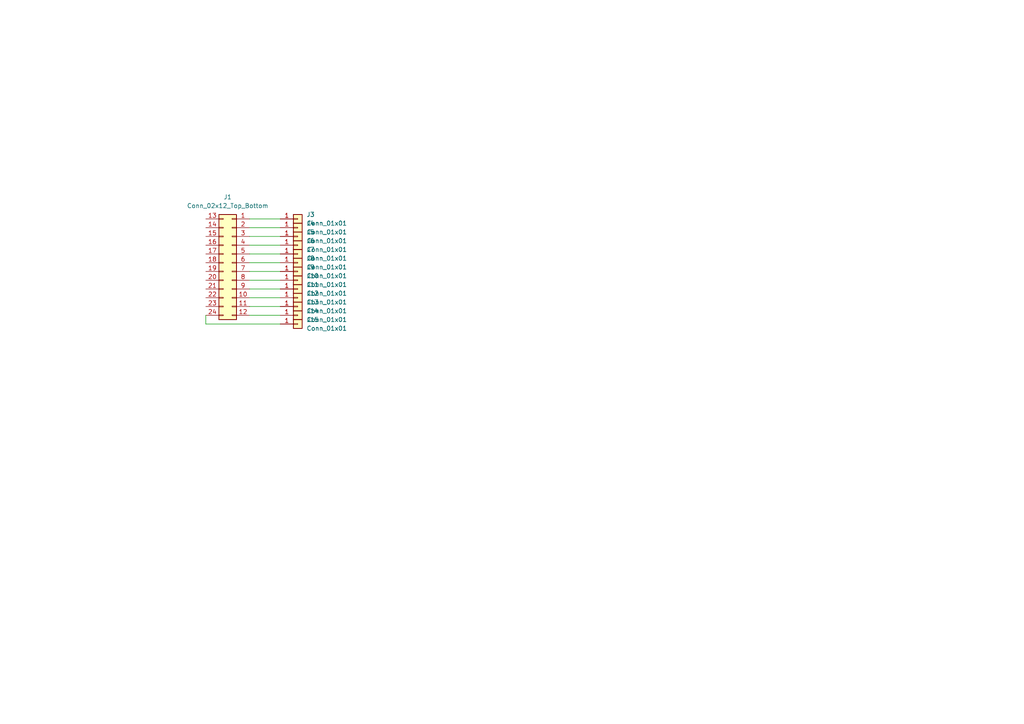
<source format=kicad_sch>
(kicad_sch (version 20231120) (generator "eeschema") (generator_version "8.0")
  (paper "A4")
  (lib_symbols
    (symbol "Connector_Generic:Conn_01x01" (pin_names (offset 1.016) hide)
      (property "Reference" "J" (at 0 2.54 0))
      (property "Value" "Conn_01x01" (at 0 -2.54 0))
      (symbol "Conn_01x01_1_1"
        (rectangle (start -1.27 0.127) (end 0 -0.127) (stroke (width 0.1524)))
        (rectangle (start -1.27 1.27) (end 1.27 -1.27) (stroke (width 0.254)) (fill (type background)))
        (pin passive line (at -5.08 0 0) (length 3.81) (name "Pin_1") (number "1"))
      )
    )
    (symbol "Connector_Generic:Conn_02x12_Top_Bottom" (pin_names (offset 1.016) hide)
      (property "Reference" "J" (at 1.27 15.24 0))
      (property "Value" "Conn_02x12_Top_Bottom" (at 1.27 -17.78 0))
      (symbol "Conn_02x12_Top_Bottom_1_1"
        (rectangle (start -1.27 -15.113) (end 0 -15.367) (stroke (width 0.1524)))
        (rectangle (start -1.27 -12.573) (end 0 -12.827) (stroke (width 0.1524)))
        (rectangle (start -1.27 -10.033) (end 0 -10.287) (stroke (width 0.1524)))
        (rectangle (start -1.27 -7.493) (end 0 -7.747) (stroke (width 0.1524)))
        (rectangle (start -1.27 -4.953) (end 0 -5.207) (stroke (width 0.1524)))
        (rectangle (start -1.27 -2.413) (end 0 -2.667) (stroke (width 0.1524)))
        (rectangle (start -1.27 0.127) (end 0 -0.127) (stroke (width 0.1524)))
        (rectangle (start -1.27 2.667) (end 0 2.413) (stroke (width 0.1524)))
        (rectangle (start -1.27 5.207) (end 0 4.953) (stroke (width 0.1524)))
        (rectangle (start -1.27 7.747) (end 0 7.493) (stroke (width 0.1524)))
        (rectangle (start -1.27 10.287) (end 0 10.033) (stroke (width 0.1524)))
        (rectangle (start -1.27 12.827) (end 0 12.573) (stroke (width 0.1524)))
        (rectangle (start -1.27 13.97) (end 3.81 -16.51) (stroke (width 0.254)) (fill (type background)))
        (rectangle (start 3.81 -15.113) (end 2.54 -15.367) (stroke (width 0.1524)))
        (rectangle (start 3.81 -12.573) (end 2.54 -12.827) (stroke (width 0.1524)))
        (rectangle (start 3.81 -10.033) (end 2.54 -10.287) (stroke (width 0.1524)))
        (rectangle (start 3.81 -7.493) (end 2.54 -7.747) (stroke (width 0.1524)))
        (rectangle (start 3.81 -4.953) (end 2.54 -5.207) (stroke (width 0.1524)))
        (rectangle (start 3.81 -2.413) (end 2.54 -2.667) (stroke (width 0.1524)))
        (rectangle (start 3.81 0.127) (end 2.54 -0.127) (stroke (width 0.1524)))
        (rectangle (start 3.81 2.667) (end 2.54 2.413) (stroke (width 0.1524)))
        (rectangle (start 3.81 5.207) (end 2.54 4.953) (stroke (width 0.1524)))
        (rectangle (start 3.81 7.747) (end 2.54 7.493) (stroke (width 0.1524)))
        (rectangle (start 3.81 10.287) (end 2.54 10.033) (stroke (width 0.1524)))
        (rectangle (start 3.81 12.827) (end 2.54 12.573) (stroke (width 0.1524)))
        (pin passive line (at -5.08 12.7 0) (length 3.81) (name "Pin_1") (number "1"))
        (pin passive line (at -5.08 -10.16 0) (length 3.81) (name "Pin_10") (number "10"))
        (pin passive line (at -5.08 -12.7 0) (length 3.81) (name "Pin_11") (number "11"))
        (pin passive line (at -5.08 -15.24 0) (length 3.81) (name "Pin_12") (number "12"))
        (pin passive line (at 7.62 12.7 180) (length 3.81) (name "Pin_13") (number "13"))
        (pin passive line (at 7.62 10.16 180) (length 3.81) (name "Pin_14") (number "14"))
        (pin passive line (at 7.62 7.62 180) (length 3.81) (name "Pin_15") (number "15"))
        (pin passive line (at 7.62 5.08 180) (length 3.81) (name "Pin_16") (number "16"))
        (pin passive line (at 7.62 2.54 180) (length 3.81) (name "Pin_17") (number "17"))
        (pin passive line (at 7.62 0 180) (length 3.81) (name "Pin_18") (number "18"))
        (pin passive line (at 7.62 -2.54 180) (length 3.81) (name "Pin_19") (number "19"))
        (pin passive line (at -5.08 10.16 0) (length 3.81) (name "Pin_2") (number "2"))
        (pin passive line (at 7.62 -5.08 180) (length 3.81) (name "Pin_20") (number "20"))
        (pin passive line (at 7.62 -7.62 180) (length 3.81) (name "Pin_21") (number "21"))
        (pin passive line (at 7.62 -10.16 180) (length 3.81) (name "Pin_22") (number "22"))
        (pin passive line (at 7.62 -12.7 180) (length 3.81) (name "Pin_23") (number "23"))
        (pin passive line (at 7.62 -15.24 180) (length 3.81) (name "Pin_24") (number "24"))
        (pin passive line (at -5.08 7.62 0) (length 3.81) (name "Pin_3") (number "3"))
        (pin passive line (at -5.08 5.08 0) (length 3.81) (name "Pin_4") (number "4"))
        (pin passive line (at -5.08 2.54 0) (length 3.81) (name "Pin_5") (number "5"))
        (pin passive line (at -5.08 0 0) (length 3.81) (name "Pin_6") (number "6"))
        (pin passive line (at -5.08 -2.54 0) (length 3.81) (name "Pin_7") (number "7"))
        (pin passive line (at -5.08 -5.08 0) (length 3.81) (name "Pin_8") (number "8"))
        (pin passive line (at -5.08 -7.62 0) (length 3.81) (name "Pin_9") (number "9"))
      )
    )
  )
  (wire (pts (xy 72.39 91.44) (xy 81.28 91.44)))
  (wire (pts (xy 72.39 71.12) (xy 81.28 71.12)))
  (wire (pts (xy 72.39 81.28) (xy 81.28 81.28)))
  (wire (pts (xy 59.69 93.98) (xy 81.28 93.98)))
  (wire (pts (xy 59.69 93.98) (xy 59.69 91.44)))
  (wire (pts (xy 72.39 78.74) (xy 81.28 78.74)))
  (wire (pts (xy 72.39 88.9) (xy 81.28 88.9)))
  (wire (pts (xy 72.39 63.5) (xy 81.28 63.5)))
  (wire (pts (xy 72.39 76.2) (xy 81.28 76.2)))
  (wire (pts (xy 72.39 83.82) (xy 81.28 83.82)))
  (wire (pts (xy 72.39 66.04) (xy 81.28 66.04)))
  (wire (pts (xy 72.39 86.36) (xy 81.28 86.36)))
  (wire (pts (xy 72.39 73.66) (xy 81.28 73.66)))
  (wire (pts (xy 72.39 68.58) (xy 81.28 68.58)))
  (symbol (lib_id "Connector_Generic:Conn_01x01") (at 86.36 81.28 0) (unit 1)
    (property "Reference" "J10" (at 88.9 80.0099 0) (effects (justify left)))
    (property "Value" "Conn_01x01" (at 88.9 82.5499 0) (effects (justify left)))
    (property "Footprint" "TerminalBlock_Wuerth:Wuerth_REDCUBE-THR_WP-THRBU_74650073_THR" (effects (hide yes)))
    (property "Description" "Generic connector, single row, 01x01, script generated (kicad-library-utils/schlib/autogen/connector/)" (effects (hide yes)))
  )
  (symbol (lib_id "Connector_Generic:Conn_01x01") (at 86.36 76.2 0) (unit 1)
    (property "Reference" "J8" (at 88.9 74.9299 0) (effects (justify left)))
    (property "Value" "Conn_01x01" (at 88.9 77.4699 0) (effects (justify left)))
    (property "Footprint" "TerminalBlock_Wuerth:Wuerth_REDCUBE-THR_WP-THRBU_74650073_THR" (effects (hide yes)))
    (property "Description" "Generic connector, single row, 01x01, script generated (kicad-library-utils/schlib/autogen/connector/)" (effects (hide yes)))
  )
  (symbol (lib_id "Connector_Generic:Conn_01x01") (at 86.36 91.44 0) (unit 1)
    (property "Reference" "J14" (at 88.9 90.1699 0) (effects (justify left)))
    (property "Value" "Conn_01x01" (at 88.9 92.7099 0) (effects (justify left)))
    (property "Footprint" "TerminalBlock_Wuerth:Wuerth_REDCUBE-THR_WP-THRBU_74650073_THR" (effects (hide yes)))
    (property "Description" "Generic connector, single row, 01x01, script generated (kicad-library-utils/schlib/autogen/connector/)" (effects (hide yes)))
  )
  (symbol (lib_id "Connector_Generic:Conn_01x01") (at 86.36 73.66 0) (unit 1)
    (property "Reference" "J7" (at 88.9 72.3899 0) (effects (justify left)))
    (property "Value" "Conn_01x01" (at 88.9 74.9299 0) (effects (justify left)))
    (property "Footprint" "TerminalBlock_Wuerth:Wuerth_REDCUBE-THR_WP-THRBU_74650073_THR" (effects (hide yes)))
    (property "Description" "Generic connector, single row, 01x01, script generated (kicad-library-utils/schlib/autogen/connector/)" (effects (hide yes)))
  )
  (symbol (lib_id "Connector_Generic:Conn_01x01") (at 86.36 83.82 0) (unit 1)
    (property "Reference" "J11" (at 88.9 82.5499 0) (effects (justify left)))
    (property "Value" "Conn_01x01" (at 88.9 85.0899 0) (effects (justify left)))
    (property "Footprint" "TerminalBlock_Wuerth:Wuerth_REDCUBE-THR_WP-THRBU_74650073_THR" (effects (hide yes)))
    (property "Description" "Generic connector, single row, 01x01, script generated (kicad-library-utils/schlib/autogen/connector/)" (effects (hide yes)))
  )
  (symbol (lib_id "Connector_Generic:Conn_01x01") (at 86.36 66.04 0) (unit 1)
    (property "Reference" "J4" (at 88.9 64.7699 0) (effects (justify left)))
    (property "Value" "Conn_01x01" (at 88.9 67.3099 0) (effects (justify left)))
    (property "Footprint" "TerminalBlock_Wuerth:Wuerth_REDCUBE-THR_WP-THRBU_74650073_THR" (effects (hide yes)))
    (property "Description" "Generic connector, single row, 01x01, script generated (kicad-library-utils/schlib/autogen/connector/)" (effects (hide yes)))
  )
  (symbol (lib_id "Connector_Generic:Conn_01x01") (at 86.36 88.9 0) (unit 1)
    (property "Reference" "J13" (at 88.9 87.6299 0) (effects (justify left)))
    (property "Value" "Conn_01x01" (at 88.9 90.1699 0) (effects (justify left)))
    (property "Footprint" "TerminalBlock_Wuerth:Wuerth_REDCUBE-THR_WP-THRBU_74650073_THR" (effects (hide yes)))
    (property "Description" "Generic connector, single row, 01x01, script generated (kicad-library-utils/schlib/autogen/connector/)" (effects (hide yes)))
  )
  (symbol (lib_id "Connector_Generic:Conn_01x01") (at 86.36 68.58 0) (unit 1)
    (property "Reference" "J5" (at 88.9 67.3099 0) (effects (justify left)))
    (property "Value" "Conn_01x01" (at 88.9 69.8499 0) (effects (justify left)))
    (property "Footprint" "TerminalBlock_Wuerth:Wuerth_REDCUBE-THR_WP-THRBU_74650073_THR" (effects (hide yes)))
    (property "Description" "Generic connector, single row, 01x01, script generated (kicad-library-utils/schlib/autogen/connector/)" (effects (hide yes)))
  )
  (symbol (lib_id "Connector_Generic:Conn_02x12_Top_Bottom") (at 67.31 76.2 0) (mirror y) (unit 1)
    (property "Reference" "J1" (at 66.04 57.15 0))
    (property "Value" "Conn_02x12_Top_Bottom" (at 66.04 59.69 0))
    (property "Footprint" "Ethan_parts:1318853-2" (effects (hide yes)))
    (property "Description" "Generic connector, double row, 02x12, top/bottom pin numbering scheme (row 1: 1...pins_per_row, row2: pins_per_row+1 ... num_pins), script generated (kicad-library-utils/schlib/autogen/connector/)" (effects (hide yes)))
  )
  (symbol (lib_id "Connector_Generic:Conn_01x01") (at 86.36 78.74 0) (unit 1)
    (property "Reference" "J9" (at 88.9 77.4699 0) (effects (justify left)))
    (property "Value" "Conn_01x01" (at 88.9 80.0099 0) (effects (justify left)))
    (property "Footprint" "TerminalBlock_Wuerth:Wuerth_REDCUBE-THR_WP-THRBU_74650073_THR" (effects (hide yes)))
    (property "Description" "Generic connector, single row, 01x01, script generated (kicad-library-utils/schlib/autogen/connector/)" (effects (hide yes)))
  )
  (symbol (lib_id "Connector_Generic:Conn_01x01") (at 86.36 86.36 0) (unit 1)
    (property "Reference" "J12" (at 88.9 85.0899 0) (effects (justify left)))
    (property "Value" "Conn_01x01" (at 88.9 87.6299 0) (effects (justify left)))
    (property "Footprint" "TerminalBlock_Wuerth:Wuerth_REDCUBE-THR_WP-THRBU_74650073_THR" (effects (hide yes)))
    (property "Description" "Generic connector, single row, 01x01, script generated (kicad-library-utils/schlib/autogen/connector/)" (effects (hide yes)))
  )
  (symbol (lib_id "Connector_Generic:Conn_01x01") (at 86.36 93.98 0) (unit 1)
    (property "Reference" "J15" (at 88.9 92.7099 0) (effects (justify left)))
    (property "Value" "Conn_01x01" (at 88.9 95.2499 0) (effects (justify left)))
    (property "Footprint" "TerminalBlock_Wuerth:Wuerth_REDCUBE-THR_WP-THRBU_74650073_THR" (effects (hide yes)))
    (property "Description" "Generic connector, single row, 01x01, script generated (kicad-library-utils/schlib/autogen/connector/)" (effects (hide yes)))
  )
  (symbol (lib_id "Connector_Generic:Conn_01x01") (at 86.36 63.5 0) (unit 1)
    (property "Reference" "J3" (at 88.9 62.2299 0) (effects (justify left)))
    (property "Value" "Conn_01x01" (at 88.9 64.7699 0) (effects (justify left)))
    (property "Footprint" "TerminalBlock_Wuerth:Wuerth_REDCUBE-THR_WP-THRBU_74650073_THR" (effects (hide yes)))
    (property "Description" "Generic connector, single row, 01x01, script generated (kicad-library-utils/schlib/autogen/connector/)" (effects (hide yes)))
  )
  (symbol (lib_id "Connector_Generic:Conn_01x01") (at 86.36 71.12 0) (unit 1)
    (property "Reference" "J6" (at 88.9 69.8499 0) (effects (justify left)))
    (property "Value" "Conn_01x01" (at 88.9 72.3899 0) (effects (justify left)))
    (property "Footprint" "TerminalBlock_Wuerth:Wuerth_REDCUBE-THR_WP-THRBU_74650073_THR" (effects (hide yes)))
    (property "Description" "Generic connector, single row, 01x01, script generated (kicad-library-utils/schlib/autogen/connector/)" (effects (hide yes)))
  )
)
</source>
